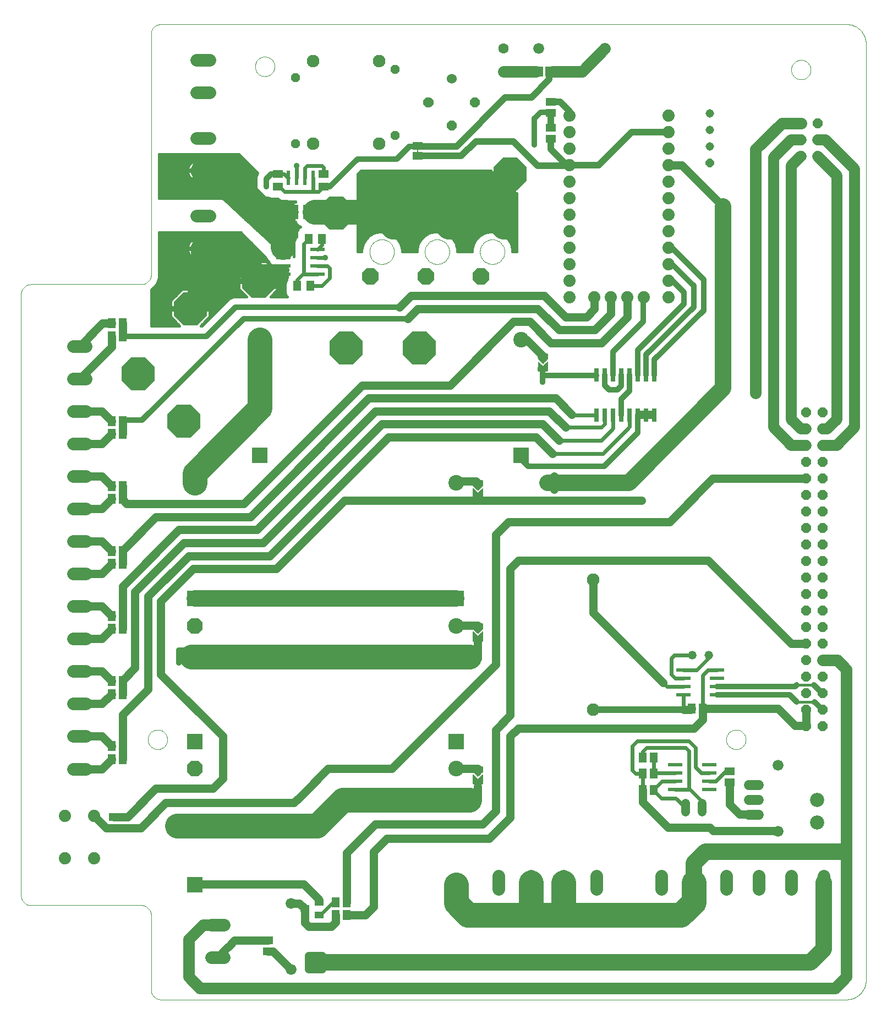
<source format=gtl>
G75*
G70*
%OFA0B0*%
%FSLAX24Y24*%
%IPPOS*%
%LPD*%
%AMOC8*
5,1,8,0,0,1.08239X$1,22.5*
%
%ADD10C,0.0000*%
%ADD11R,0.0866X0.0236*%
%ADD12R,0.0512X0.0591*%
%ADD13C,0.0520*%
%ADD14C,0.0768*%
%ADD15C,0.0740*%
%ADD16OC8,0.0515*%
%ADD17C,0.0515*%
%ADD18C,0.0780*%
%ADD19R,0.0240X0.0870*%
%ADD20R,0.0630X0.0512*%
%ADD21R,0.0870X0.0240*%
%ADD22R,0.0512X0.0630*%
%ADD23R,0.0260X0.0800*%
%ADD24R,0.0591X0.0512*%
%ADD25C,0.0760*%
%ADD26OC8,0.0520*%
%ADD27OC8,0.0600*%
%ADD28C,0.0150*%
%ADD29C,0.0020*%
%ADD30R,0.0630X0.0460*%
%ADD31R,0.0080X0.0250*%
%ADD32C,0.0860*%
%ADD33R,0.0945X0.0945*%
%ADD34OC8,0.0945*%
%ADD35C,0.0945*%
%ADD36OC8,0.2000*%
%ADD37C,0.0600*%
%ADD38C,0.0520*%
%ADD39C,0.0660*%
%ADD40R,0.0551X0.0394*%
%ADD41OC8,0.1000*%
%ADD42C,0.0600*%
%ADD43OC8,0.0630*%
%ADD44C,0.0630*%
%ADD45C,0.0120*%
%ADD46R,0.0460X0.0630*%
%ADD47C,0.0400*%
%ADD48C,0.0500*%
%ADD49C,0.0240*%
%ADD50C,0.0320*%
%ADD51C,0.1500*%
%ADD52C,0.0700*%
%ADD53C,0.1000*%
%ADD54C,0.0356*%
%ADD55C,0.0160*%
%ADD56C,0.0660*%
D10*
X000839Y005859D02*
X007532Y005859D01*
X007578Y005857D01*
X007624Y005852D01*
X007670Y005843D01*
X007715Y005830D01*
X007758Y005814D01*
X007800Y005795D01*
X007841Y005772D01*
X007879Y005746D01*
X007916Y005717D01*
X007950Y005686D01*
X007981Y005652D01*
X008010Y005615D01*
X008036Y005577D01*
X008059Y005536D01*
X008078Y005494D01*
X008094Y005451D01*
X008107Y005406D01*
X008116Y005360D01*
X008121Y005314D01*
X008123Y005268D01*
X008122Y005268D02*
X008122Y000741D01*
X008124Y000695D01*
X008129Y000649D01*
X008138Y000603D01*
X008151Y000558D01*
X008167Y000515D01*
X008186Y000473D01*
X008209Y000432D01*
X008235Y000394D01*
X008264Y000357D01*
X008295Y000323D01*
X008329Y000292D01*
X008366Y000263D01*
X008404Y000237D01*
X008445Y000214D01*
X008487Y000195D01*
X008530Y000179D01*
X008575Y000166D01*
X008621Y000157D01*
X008667Y000152D01*
X008713Y000150D01*
X050248Y000150D01*
X050314Y000152D01*
X050380Y000157D01*
X050446Y000167D01*
X050511Y000180D01*
X050575Y000196D01*
X050638Y000216D01*
X050700Y000240D01*
X050760Y000267D01*
X050819Y000297D01*
X050876Y000331D01*
X050931Y000368D01*
X050984Y000408D01*
X051035Y000450D01*
X051083Y000496D01*
X051129Y000544D01*
X051171Y000595D01*
X051211Y000648D01*
X051248Y000703D01*
X051282Y000760D01*
X051312Y000819D01*
X051339Y000879D01*
X051363Y000941D01*
X051383Y001004D01*
X051399Y001068D01*
X051412Y001133D01*
X051422Y001199D01*
X051427Y001265D01*
X051429Y001331D01*
X051430Y001331D02*
X051430Y058024D01*
X051429Y058024D02*
X051427Y058090D01*
X051422Y058156D01*
X051412Y058222D01*
X051399Y058287D01*
X051383Y058351D01*
X051363Y058414D01*
X051339Y058476D01*
X051312Y058536D01*
X051282Y058595D01*
X051248Y058652D01*
X051211Y058707D01*
X051171Y058760D01*
X051129Y058811D01*
X051083Y058859D01*
X051035Y058905D01*
X050984Y058947D01*
X050931Y058987D01*
X050876Y059024D01*
X050819Y059058D01*
X050760Y059088D01*
X050700Y059115D01*
X050638Y059139D01*
X050575Y059159D01*
X050511Y059175D01*
X050446Y059188D01*
X050380Y059198D01*
X050314Y059203D01*
X050248Y059205D01*
X008713Y059205D01*
X008713Y059206D02*
X008667Y059204D01*
X008621Y059199D01*
X008575Y059190D01*
X008530Y059177D01*
X008487Y059161D01*
X008445Y059142D01*
X008404Y059119D01*
X008366Y059093D01*
X008329Y059064D01*
X008295Y059033D01*
X008264Y058999D01*
X008235Y058962D01*
X008209Y058924D01*
X008186Y058883D01*
X008167Y058841D01*
X008151Y058798D01*
X008138Y058753D01*
X008129Y058707D01*
X008124Y058661D01*
X008122Y058615D01*
X008122Y044048D01*
X008123Y044048D02*
X008121Y044002D01*
X008116Y043956D01*
X008107Y043910D01*
X008094Y043865D01*
X008078Y043822D01*
X008059Y043780D01*
X008036Y043739D01*
X008010Y043701D01*
X007981Y043664D01*
X007950Y043630D01*
X007916Y043599D01*
X007879Y043570D01*
X007841Y043544D01*
X007800Y043521D01*
X007758Y043502D01*
X007715Y043486D01*
X007670Y043473D01*
X007624Y043464D01*
X007578Y043459D01*
X007532Y043457D01*
X000839Y043457D01*
X000839Y043458D02*
X000793Y043456D01*
X000747Y043451D01*
X000701Y043442D01*
X000656Y043429D01*
X000613Y043413D01*
X000571Y043394D01*
X000530Y043371D01*
X000492Y043345D01*
X000455Y043316D01*
X000421Y043285D01*
X000390Y043251D01*
X000361Y043214D01*
X000335Y043176D01*
X000312Y043135D01*
X000293Y043093D01*
X000277Y043050D01*
X000264Y043005D01*
X000255Y042959D01*
X000250Y042913D01*
X000248Y042867D01*
X000248Y006449D01*
X000250Y006403D01*
X000255Y006357D01*
X000264Y006311D01*
X000277Y006266D01*
X000293Y006223D01*
X000312Y006181D01*
X000335Y006140D01*
X000361Y006102D01*
X000390Y006065D01*
X000421Y006031D01*
X000455Y006000D01*
X000492Y005971D01*
X000530Y005945D01*
X000571Y005922D01*
X000613Y005903D01*
X000656Y005887D01*
X000701Y005874D01*
X000747Y005865D01*
X000793Y005860D01*
X000839Y005858D01*
X007925Y015898D02*
X007927Y015946D01*
X007933Y015994D01*
X007943Y016041D01*
X007956Y016087D01*
X007974Y016132D01*
X007994Y016176D01*
X008019Y016218D01*
X008047Y016257D01*
X008077Y016294D01*
X008111Y016328D01*
X008148Y016360D01*
X008186Y016389D01*
X008227Y016414D01*
X008270Y016436D01*
X008315Y016454D01*
X008361Y016468D01*
X008408Y016479D01*
X008456Y016486D01*
X008504Y016489D01*
X008552Y016488D01*
X008600Y016483D01*
X008648Y016474D01*
X008694Y016462D01*
X008739Y016445D01*
X008783Y016425D01*
X008825Y016402D01*
X008865Y016375D01*
X008903Y016345D01*
X008938Y016312D01*
X008970Y016276D01*
X009000Y016238D01*
X009026Y016197D01*
X009048Y016154D01*
X009068Y016110D01*
X009083Y016065D01*
X009095Y016018D01*
X009103Y015970D01*
X009107Y015922D01*
X009107Y015874D01*
X009103Y015826D01*
X009095Y015778D01*
X009083Y015731D01*
X009068Y015686D01*
X009048Y015642D01*
X009026Y015599D01*
X009000Y015558D01*
X008970Y015520D01*
X008938Y015484D01*
X008903Y015451D01*
X008865Y015421D01*
X008825Y015394D01*
X008783Y015371D01*
X008739Y015351D01*
X008694Y015334D01*
X008648Y015322D01*
X008600Y015313D01*
X008552Y015308D01*
X008504Y015307D01*
X008456Y015310D01*
X008408Y015317D01*
X008361Y015328D01*
X008315Y015342D01*
X008270Y015360D01*
X008227Y015382D01*
X008186Y015407D01*
X008148Y015436D01*
X008111Y015468D01*
X008077Y015502D01*
X008047Y015539D01*
X008019Y015578D01*
X007994Y015620D01*
X007974Y015664D01*
X007956Y015709D01*
X007943Y015755D01*
X007933Y015802D01*
X007927Y015850D01*
X007925Y015898D01*
X021355Y045426D02*
X021357Y045480D01*
X021363Y045534D01*
X021373Y045588D01*
X021387Y045640D01*
X021404Y045692D01*
X021425Y045742D01*
X021450Y045790D01*
X021479Y045837D01*
X021510Y045881D01*
X021545Y045922D01*
X021583Y045962D01*
X021623Y045998D01*
X021666Y046031D01*
X021711Y046061D01*
X021759Y046088D01*
X021808Y046111D01*
X021859Y046130D01*
X021911Y046146D01*
X021964Y046158D01*
X022018Y046166D01*
X022072Y046170D01*
X022126Y046170D01*
X022180Y046166D01*
X022234Y046158D01*
X022287Y046146D01*
X022339Y046130D01*
X022390Y046111D01*
X022439Y046088D01*
X022487Y046061D01*
X022532Y046031D01*
X022575Y045998D01*
X022615Y045962D01*
X022653Y045922D01*
X022688Y045881D01*
X022719Y045837D01*
X022748Y045790D01*
X022773Y045742D01*
X022794Y045692D01*
X022811Y045640D01*
X022825Y045588D01*
X022835Y045534D01*
X022841Y045480D01*
X022843Y045426D01*
X022841Y045372D01*
X022835Y045318D01*
X022825Y045264D01*
X022811Y045212D01*
X022794Y045160D01*
X022773Y045110D01*
X022748Y045062D01*
X022719Y045015D01*
X022688Y044971D01*
X022653Y044930D01*
X022615Y044890D01*
X022575Y044854D01*
X022532Y044821D01*
X022487Y044791D01*
X022439Y044764D01*
X022390Y044741D01*
X022339Y044722D01*
X022287Y044706D01*
X022234Y044694D01*
X022180Y044686D01*
X022126Y044682D01*
X022072Y044682D01*
X022018Y044686D01*
X021964Y044694D01*
X021911Y044706D01*
X021859Y044722D01*
X021808Y044741D01*
X021759Y044764D01*
X021711Y044791D01*
X021666Y044821D01*
X021623Y044854D01*
X021583Y044890D01*
X021545Y044930D01*
X021510Y044971D01*
X021479Y045015D01*
X021450Y045062D01*
X021425Y045110D01*
X021404Y045160D01*
X021387Y045212D01*
X021373Y045264D01*
X021363Y045318D01*
X021357Y045372D01*
X021355Y045426D01*
X024701Y045426D02*
X024703Y045480D01*
X024709Y045534D01*
X024719Y045588D01*
X024733Y045640D01*
X024750Y045692D01*
X024771Y045742D01*
X024796Y045790D01*
X024825Y045837D01*
X024856Y045881D01*
X024891Y045922D01*
X024929Y045962D01*
X024969Y045998D01*
X025012Y046031D01*
X025057Y046061D01*
X025105Y046088D01*
X025154Y046111D01*
X025205Y046130D01*
X025257Y046146D01*
X025310Y046158D01*
X025364Y046166D01*
X025418Y046170D01*
X025472Y046170D01*
X025526Y046166D01*
X025580Y046158D01*
X025633Y046146D01*
X025685Y046130D01*
X025736Y046111D01*
X025785Y046088D01*
X025833Y046061D01*
X025878Y046031D01*
X025921Y045998D01*
X025961Y045962D01*
X025999Y045922D01*
X026034Y045881D01*
X026065Y045837D01*
X026094Y045790D01*
X026119Y045742D01*
X026140Y045692D01*
X026157Y045640D01*
X026171Y045588D01*
X026181Y045534D01*
X026187Y045480D01*
X026189Y045426D01*
X026187Y045372D01*
X026181Y045318D01*
X026171Y045264D01*
X026157Y045212D01*
X026140Y045160D01*
X026119Y045110D01*
X026094Y045062D01*
X026065Y045015D01*
X026034Y044971D01*
X025999Y044930D01*
X025961Y044890D01*
X025921Y044854D01*
X025878Y044821D01*
X025833Y044791D01*
X025785Y044764D01*
X025736Y044741D01*
X025685Y044722D01*
X025633Y044706D01*
X025580Y044694D01*
X025526Y044686D01*
X025472Y044682D01*
X025418Y044682D01*
X025364Y044686D01*
X025310Y044694D01*
X025257Y044706D01*
X025205Y044722D01*
X025154Y044741D01*
X025105Y044764D01*
X025057Y044791D01*
X025012Y044821D01*
X024969Y044854D01*
X024929Y044890D01*
X024891Y044930D01*
X024856Y044971D01*
X024825Y045015D01*
X024796Y045062D01*
X024771Y045110D01*
X024750Y045160D01*
X024733Y045212D01*
X024719Y045264D01*
X024709Y045318D01*
X024703Y045372D01*
X024701Y045426D01*
X028048Y045426D02*
X028050Y045480D01*
X028056Y045534D01*
X028066Y045588D01*
X028080Y045640D01*
X028097Y045692D01*
X028118Y045742D01*
X028143Y045790D01*
X028172Y045837D01*
X028203Y045881D01*
X028238Y045922D01*
X028276Y045962D01*
X028316Y045998D01*
X028359Y046031D01*
X028404Y046061D01*
X028452Y046088D01*
X028501Y046111D01*
X028552Y046130D01*
X028604Y046146D01*
X028657Y046158D01*
X028711Y046166D01*
X028765Y046170D01*
X028819Y046170D01*
X028873Y046166D01*
X028927Y046158D01*
X028980Y046146D01*
X029032Y046130D01*
X029083Y046111D01*
X029132Y046088D01*
X029180Y046061D01*
X029225Y046031D01*
X029268Y045998D01*
X029308Y045962D01*
X029346Y045922D01*
X029381Y045881D01*
X029412Y045837D01*
X029441Y045790D01*
X029466Y045742D01*
X029487Y045692D01*
X029504Y045640D01*
X029518Y045588D01*
X029528Y045534D01*
X029534Y045480D01*
X029536Y045426D01*
X029534Y045372D01*
X029528Y045318D01*
X029518Y045264D01*
X029504Y045212D01*
X029487Y045160D01*
X029466Y045110D01*
X029441Y045062D01*
X029412Y045015D01*
X029381Y044971D01*
X029346Y044930D01*
X029308Y044890D01*
X029268Y044854D01*
X029225Y044821D01*
X029180Y044791D01*
X029132Y044764D01*
X029083Y044741D01*
X029032Y044722D01*
X028980Y044706D01*
X028927Y044694D01*
X028873Y044686D01*
X028819Y044682D01*
X028765Y044682D01*
X028711Y044686D01*
X028657Y044694D01*
X028604Y044706D01*
X028552Y044722D01*
X028501Y044741D01*
X028452Y044764D01*
X028404Y044791D01*
X028359Y044821D01*
X028316Y044854D01*
X028276Y044890D01*
X028238Y044930D01*
X028203Y044971D01*
X028172Y045015D01*
X028143Y045062D01*
X028118Y045110D01*
X028097Y045160D01*
X028080Y045212D01*
X028066Y045264D01*
X028056Y045318D01*
X028050Y045372D01*
X028048Y045426D01*
X014421Y056646D02*
X014423Y056694D01*
X014429Y056742D01*
X014439Y056789D01*
X014452Y056835D01*
X014470Y056880D01*
X014490Y056924D01*
X014515Y056966D01*
X014543Y057005D01*
X014573Y057042D01*
X014607Y057076D01*
X014644Y057108D01*
X014682Y057137D01*
X014723Y057162D01*
X014766Y057184D01*
X014811Y057202D01*
X014857Y057216D01*
X014904Y057227D01*
X014952Y057234D01*
X015000Y057237D01*
X015048Y057236D01*
X015096Y057231D01*
X015144Y057222D01*
X015190Y057210D01*
X015235Y057193D01*
X015279Y057173D01*
X015321Y057150D01*
X015361Y057123D01*
X015399Y057093D01*
X015434Y057060D01*
X015466Y057024D01*
X015496Y056986D01*
X015522Y056945D01*
X015544Y056902D01*
X015564Y056858D01*
X015579Y056813D01*
X015591Y056766D01*
X015599Y056718D01*
X015603Y056670D01*
X015603Y056622D01*
X015599Y056574D01*
X015591Y056526D01*
X015579Y056479D01*
X015564Y056434D01*
X015544Y056390D01*
X015522Y056347D01*
X015496Y056306D01*
X015466Y056268D01*
X015434Y056232D01*
X015399Y056199D01*
X015361Y056169D01*
X015321Y056142D01*
X015279Y056119D01*
X015235Y056099D01*
X015190Y056082D01*
X015144Y056070D01*
X015096Y056061D01*
X015048Y056056D01*
X015000Y056055D01*
X014952Y056058D01*
X014904Y056065D01*
X014857Y056076D01*
X014811Y056090D01*
X014766Y056108D01*
X014723Y056130D01*
X014682Y056155D01*
X014644Y056184D01*
X014607Y056216D01*
X014573Y056250D01*
X014543Y056287D01*
X014515Y056326D01*
X014490Y056368D01*
X014470Y056412D01*
X014452Y056457D01*
X014439Y056503D01*
X014429Y056550D01*
X014423Y056598D01*
X014421Y056646D01*
X046902Y056449D02*
X046904Y056497D01*
X046910Y056545D01*
X046920Y056592D01*
X046933Y056638D01*
X046951Y056683D01*
X046971Y056727D01*
X046996Y056769D01*
X047024Y056808D01*
X047054Y056845D01*
X047088Y056879D01*
X047125Y056911D01*
X047163Y056940D01*
X047204Y056965D01*
X047247Y056987D01*
X047292Y057005D01*
X047338Y057019D01*
X047385Y057030D01*
X047433Y057037D01*
X047481Y057040D01*
X047529Y057039D01*
X047577Y057034D01*
X047625Y057025D01*
X047671Y057013D01*
X047716Y056996D01*
X047760Y056976D01*
X047802Y056953D01*
X047842Y056926D01*
X047880Y056896D01*
X047915Y056863D01*
X047947Y056827D01*
X047977Y056789D01*
X048003Y056748D01*
X048025Y056705D01*
X048045Y056661D01*
X048060Y056616D01*
X048072Y056569D01*
X048080Y056521D01*
X048084Y056473D01*
X048084Y056425D01*
X048080Y056377D01*
X048072Y056329D01*
X048060Y056282D01*
X048045Y056237D01*
X048025Y056193D01*
X048003Y056150D01*
X047977Y056109D01*
X047947Y056071D01*
X047915Y056035D01*
X047880Y056002D01*
X047842Y055972D01*
X047802Y055945D01*
X047760Y055922D01*
X047716Y055902D01*
X047671Y055885D01*
X047625Y055873D01*
X047577Y055864D01*
X047529Y055859D01*
X047481Y055858D01*
X047433Y055861D01*
X047385Y055868D01*
X047338Y055879D01*
X047292Y055893D01*
X047247Y055911D01*
X047204Y055933D01*
X047163Y055958D01*
X047125Y055987D01*
X047088Y056019D01*
X047054Y056053D01*
X047024Y056090D01*
X046996Y056129D01*
X046971Y056171D01*
X046951Y056215D01*
X046933Y056260D01*
X046920Y056306D01*
X046910Y056353D01*
X046904Y056401D01*
X046902Y056449D01*
X042965Y015898D02*
X042967Y015946D01*
X042973Y015994D01*
X042983Y016041D01*
X042996Y016087D01*
X043014Y016132D01*
X043034Y016176D01*
X043059Y016218D01*
X043087Y016257D01*
X043117Y016294D01*
X043151Y016328D01*
X043188Y016360D01*
X043226Y016389D01*
X043267Y016414D01*
X043310Y016436D01*
X043355Y016454D01*
X043401Y016468D01*
X043448Y016479D01*
X043496Y016486D01*
X043544Y016489D01*
X043592Y016488D01*
X043640Y016483D01*
X043688Y016474D01*
X043734Y016462D01*
X043779Y016445D01*
X043823Y016425D01*
X043865Y016402D01*
X043905Y016375D01*
X043943Y016345D01*
X043978Y016312D01*
X044010Y016276D01*
X044040Y016238D01*
X044066Y016197D01*
X044088Y016154D01*
X044108Y016110D01*
X044123Y016065D01*
X044135Y016018D01*
X044143Y015970D01*
X044147Y015922D01*
X044147Y015874D01*
X044143Y015826D01*
X044135Y015778D01*
X044123Y015731D01*
X044108Y015686D01*
X044088Y015642D01*
X044066Y015599D01*
X044040Y015558D01*
X044010Y015520D01*
X043978Y015484D01*
X043943Y015451D01*
X043905Y015421D01*
X043865Y015394D01*
X043823Y015371D01*
X043779Y015351D01*
X043734Y015334D01*
X043688Y015322D01*
X043640Y015313D01*
X043592Y015308D01*
X043544Y015307D01*
X043496Y015310D01*
X043448Y015317D01*
X043401Y015328D01*
X043355Y015342D01*
X043310Y015360D01*
X043267Y015382D01*
X043226Y015407D01*
X043188Y015436D01*
X043151Y015468D01*
X043117Y015502D01*
X043087Y015539D01*
X043059Y015578D01*
X043034Y015620D01*
X043014Y015664D01*
X042996Y015709D01*
X042983Y015755D01*
X042973Y015802D01*
X042967Y015850D01*
X042965Y015898D01*
D11*
X041922Y014384D03*
X041922Y013884D03*
X041922Y013384D03*
X041922Y012884D03*
X039874Y012884D03*
X039874Y013384D03*
X039874Y013884D03*
X039874Y014384D03*
X040367Y018593D03*
X040367Y019093D03*
X040367Y019593D03*
X040367Y020093D03*
X042414Y020093D03*
X042414Y019593D03*
X042414Y019093D03*
X042414Y018593D03*
D12*
X041528Y017768D03*
X040859Y017768D03*
X038575Y014815D03*
X038575Y013831D03*
X037906Y013831D03*
X037906Y014815D03*
X037906Y012847D03*
X038575Y012847D03*
X019973Y006056D03*
X019304Y006056D03*
X019304Y005268D03*
X019973Y005268D03*
X006390Y014717D03*
X005721Y014717D03*
X005721Y015504D03*
X006390Y015504D03*
X006390Y018654D03*
X006390Y019441D03*
X005721Y019441D03*
X005721Y018654D03*
X005721Y022591D03*
X005721Y023378D03*
X006390Y023378D03*
X006390Y022591D03*
X006390Y026528D03*
X005721Y026528D03*
X005721Y027315D03*
X006390Y027315D03*
X006390Y030465D03*
X006390Y031252D03*
X005721Y031252D03*
X005721Y030465D03*
X005721Y034402D03*
X006390Y034402D03*
X006390Y035189D03*
X005721Y035189D03*
X005721Y040307D03*
X006390Y040307D03*
X006390Y041095D03*
X005721Y041095D03*
D13*
X040890Y021016D03*
X041890Y021016D03*
D14*
X034894Y017709D03*
X034894Y025583D03*
D15*
X034969Y042674D03*
X035969Y042674D03*
X036969Y042674D03*
X037969Y042674D03*
X039469Y042674D03*
X039469Y043674D03*
X039469Y044674D03*
X039469Y045674D03*
X039469Y046674D03*
X039469Y047674D03*
X039469Y048674D03*
X039469Y049674D03*
X039469Y050674D03*
X039469Y051674D03*
X039469Y052674D03*
X039469Y053674D03*
X033469Y053674D03*
X033469Y052674D03*
X033469Y051674D03*
X033469Y050674D03*
X033469Y049674D03*
X033469Y048674D03*
X033469Y047674D03*
X033469Y046674D03*
X033469Y045674D03*
X033469Y044674D03*
X033469Y043674D03*
X033469Y042674D03*
X004682Y011273D03*
X002902Y011273D03*
X002902Y008713D03*
X004682Y008713D03*
D16*
X041981Y050815D03*
D17*
X041981Y051815D03*
X041981Y052815D03*
X041981Y053815D03*
D18*
X011662Y055076D02*
X010882Y055076D01*
X010882Y057046D02*
X011662Y057046D01*
X011662Y052321D02*
X010882Y052321D01*
X010882Y050351D02*
X011662Y050351D01*
X011662Y047597D02*
X010882Y047597D01*
X010882Y045627D02*
X011662Y045627D01*
X004182Y039723D02*
X003402Y039723D01*
X003402Y037743D02*
X004182Y037743D01*
X004182Y035786D02*
X003402Y035786D01*
X003402Y033806D02*
X004182Y033806D01*
X004182Y031849D02*
X003402Y031849D01*
X003402Y029869D02*
X004182Y029869D01*
X004182Y027912D02*
X003402Y027912D01*
X003402Y025932D02*
X004182Y025932D01*
X004182Y023975D02*
X003402Y023975D01*
X003402Y021995D02*
X004182Y021995D01*
X004182Y020038D02*
X003402Y020038D01*
X003402Y018058D02*
X004182Y018058D01*
X004182Y016101D02*
X003402Y016101D01*
X003402Y014121D02*
X004182Y014121D01*
X011768Y004683D02*
X012548Y004683D01*
X012548Y002713D02*
X011768Y002713D01*
X029180Y006847D02*
X029180Y007627D01*
X031150Y007627D02*
X031150Y006847D01*
X033117Y006847D02*
X033117Y007627D01*
X035087Y007627D02*
X035087Y006847D01*
X039022Y006847D02*
X039022Y007627D01*
X040992Y007627D02*
X040992Y006847D01*
X042959Y006847D02*
X042959Y007627D01*
X044929Y007627D02*
X044929Y006847D01*
X046896Y006847D02*
X046896Y007627D01*
X048866Y007627D02*
X048866Y006847D01*
D19*
X017928Y047840D03*
X017428Y047840D03*
X016928Y047840D03*
X016428Y047840D03*
X016428Y049900D03*
X016928Y049900D03*
X017428Y049900D03*
X017928Y049900D03*
D20*
X018556Y050150D03*
X018556Y049363D03*
X015800Y049363D03*
X015800Y050150D03*
D21*
X016148Y045585D03*
X016148Y045085D03*
X016148Y044585D03*
X016148Y044085D03*
X018208Y044085D03*
X018208Y044585D03*
X018208Y045085D03*
X018208Y045585D03*
D22*
X018457Y046213D03*
X017670Y046213D03*
X017768Y043359D03*
X016981Y043359D03*
D23*
X035113Y037974D03*
X035613Y037974D03*
X036113Y037974D03*
X036613Y037974D03*
X037113Y037974D03*
X037613Y037974D03*
X038113Y037974D03*
X038613Y037974D03*
X038613Y035554D03*
X038113Y035554D03*
X037613Y035554D03*
X037113Y035554D03*
X036613Y035554D03*
X036113Y035554D03*
X035613Y035554D03*
X035113Y035554D03*
D24*
X032335Y052276D03*
X032335Y052945D03*
X032335Y053851D03*
X032335Y054520D03*
X043162Y013969D03*
X043162Y013300D03*
X015209Y003733D03*
X015209Y003063D03*
X005859Y010544D03*
X005859Y011213D03*
D25*
X017933Y051981D03*
X021933Y051981D03*
X021933Y056981D03*
X017933Y056981D03*
D26*
X016882Y055989D03*
X016882Y051989D03*
X022886Y052481D03*
X022886Y056481D03*
D27*
X047485Y053217D03*
X048485Y053217D03*
X048485Y052217D03*
X047485Y052217D03*
X047485Y051217D03*
X047792Y035693D03*
X047792Y034693D03*
X047792Y033693D03*
X047792Y032693D03*
X047792Y031693D03*
X047792Y030693D03*
X047792Y029693D03*
X047792Y028693D03*
X047792Y027693D03*
X047792Y026693D03*
X047792Y025693D03*
X047792Y024693D03*
X047792Y023693D03*
X047792Y022693D03*
X047792Y021693D03*
X047792Y020693D03*
X047792Y019693D03*
X047792Y018693D03*
X047792Y017693D03*
X047792Y016693D03*
X048792Y016693D03*
X048792Y017693D03*
X048792Y018693D03*
X048792Y019693D03*
X048792Y020693D03*
X048792Y021693D03*
X048792Y022693D03*
X048792Y023693D03*
X048792Y024693D03*
X048792Y025693D03*
X048792Y026693D03*
X048792Y027693D03*
X048792Y028693D03*
X048792Y029693D03*
X048792Y030693D03*
X048792Y031693D03*
X048792Y032693D03*
X048792Y033693D03*
X048792Y034693D03*
X048792Y035693D03*
D28*
X031618Y038258D02*
X031618Y038408D01*
X032068Y038408D01*
X032068Y038258D01*
X031618Y038258D01*
X031618Y038407D02*
X032068Y038407D01*
X031618Y039058D02*
X031618Y039208D01*
X032068Y039208D01*
X032068Y039058D01*
X031618Y039058D01*
X031618Y039207D02*
X032068Y039207D01*
X027681Y031531D02*
X027681Y031381D01*
X027681Y031531D02*
X028131Y031531D01*
X028131Y031381D01*
X027681Y031381D01*
X027681Y031530D02*
X028131Y031530D01*
X027681Y030731D02*
X027681Y030581D01*
X027681Y030731D02*
X028131Y030731D01*
X028131Y030581D01*
X027681Y030581D01*
X027681Y030730D02*
X028131Y030730D01*
X027681Y022869D02*
X027681Y022719D01*
X027681Y022869D02*
X028131Y022869D01*
X028131Y022719D01*
X027681Y022719D01*
X027681Y022868D02*
X028131Y022868D01*
X027681Y022069D02*
X027681Y021919D01*
X027681Y022069D02*
X028131Y022069D01*
X028131Y021919D01*
X027681Y021919D01*
X027681Y022068D02*
X028131Y022068D01*
X027681Y014208D02*
X027681Y014058D01*
X027681Y014208D02*
X028131Y014208D01*
X028131Y014058D01*
X027681Y014058D01*
X027681Y014207D02*
X028131Y014207D01*
X027681Y013408D02*
X027681Y013258D01*
X027681Y013408D02*
X028131Y013408D01*
X028131Y013258D01*
X027681Y013258D01*
X027681Y013407D02*
X028131Y013407D01*
D29*
X028196Y013415D02*
X027616Y013415D01*
X027616Y013433D02*
X028196Y013433D01*
X028196Y013452D02*
X027616Y013452D01*
X027616Y013470D02*
X028196Y013470D01*
X028196Y013489D02*
X027616Y013489D01*
X027616Y013507D02*
X027901Y013507D01*
X027906Y013503D02*
X027616Y013783D01*
X027616Y013283D01*
X028196Y013283D01*
X028196Y013783D01*
X027906Y013503D01*
X027911Y013507D02*
X028196Y013507D01*
X028196Y013526D02*
X027930Y013526D01*
X027949Y013544D02*
X028196Y013544D01*
X028196Y013563D02*
X027968Y013563D01*
X027987Y013581D02*
X028196Y013581D01*
X028196Y013600D02*
X028006Y013600D01*
X028026Y013618D02*
X028196Y013618D01*
X028196Y013637D02*
X028045Y013637D01*
X028064Y013655D02*
X028196Y013655D01*
X028196Y013674D02*
X028083Y013674D01*
X028102Y013692D02*
X028196Y013692D01*
X028196Y013711D02*
X028121Y013711D01*
X028140Y013729D02*
X028196Y013729D01*
X028196Y013748D02*
X028160Y013748D01*
X028179Y013766D02*
X028196Y013766D01*
X028097Y013859D02*
X027715Y013859D01*
X027696Y013877D02*
X028115Y013877D01*
X028134Y013896D02*
X027678Y013896D01*
X027659Y013914D02*
X028152Y013914D01*
X028171Y013933D02*
X027641Y013933D01*
X027622Y013951D02*
X028189Y013951D01*
X028196Y013958D02*
X027906Y013668D01*
X027616Y013958D01*
X027616Y014183D01*
X028196Y014183D01*
X028196Y013958D01*
X028196Y013970D02*
X027616Y013970D01*
X027616Y013988D02*
X028196Y013988D01*
X028196Y014007D02*
X027616Y014007D01*
X027616Y014025D02*
X028196Y014025D01*
X028196Y014044D02*
X027616Y014044D01*
X027616Y014062D02*
X028196Y014062D01*
X028196Y014081D02*
X027616Y014081D01*
X027616Y014099D02*
X028196Y014099D01*
X028196Y014118D02*
X027616Y014118D01*
X027616Y014136D02*
X028196Y014136D01*
X028196Y014155D02*
X027616Y014155D01*
X027616Y014173D02*
X028196Y014173D01*
X028078Y013840D02*
X027733Y013840D01*
X027752Y013822D02*
X028060Y013822D01*
X028041Y013803D02*
X027770Y013803D01*
X027789Y013785D02*
X028023Y013785D01*
X028004Y013766D02*
X027807Y013766D01*
X027826Y013748D02*
X027986Y013748D01*
X027967Y013729D02*
X027844Y013729D01*
X027863Y013711D02*
X027949Y013711D01*
X027930Y013692D02*
X027881Y013692D01*
X027900Y013674D02*
X027912Y013674D01*
X027825Y013581D02*
X027616Y013581D01*
X027616Y013563D02*
X027844Y013563D01*
X027863Y013544D02*
X027616Y013544D01*
X027616Y013526D02*
X027882Y013526D01*
X027805Y013600D02*
X027616Y013600D01*
X027616Y013618D02*
X027786Y013618D01*
X027767Y013637D02*
X027616Y013637D01*
X027616Y013655D02*
X027748Y013655D01*
X027729Y013674D02*
X027616Y013674D01*
X027616Y013692D02*
X027710Y013692D01*
X027690Y013711D02*
X027616Y013711D01*
X027616Y013729D02*
X027671Y013729D01*
X027652Y013748D02*
X027616Y013748D01*
X027616Y013766D02*
X027633Y013766D01*
X027616Y013396D02*
X028196Y013396D01*
X028196Y013378D02*
X027616Y013378D01*
X027616Y013359D02*
X028196Y013359D01*
X028196Y013341D02*
X027616Y013341D01*
X027616Y013322D02*
X028196Y013322D01*
X028196Y013304D02*
X027616Y013304D01*
X027616Y013285D02*
X028196Y013285D01*
X028196Y021944D02*
X027616Y021944D01*
X027616Y022444D01*
X027906Y022164D01*
X028196Y022444D01*
X028196Y021944D01*
X028196Y021962D02*
X027616Y021962D01*
X027616Y021980D02*
X028196Y021980D01*
X028196Y021999D02*
X027616Y021999D01*
X027616Y022017D02*
X028196Y022017D01*
X028196Y022036D02*
X027616Y022036D01*
X027616Y022054D02*
X028196Y022054D01*
X028196Y022073D02*
X027616Y022073D01*
X027616Y022091D02*
X028196Y022091D01*
X028196Y022110D02*
X027616Y022110D01*
X027616Y022128D02*
X028196Y022128D01*
X028196Y022147D02*
X027616Y022147D01*
X027616Y022165D02*
X027905Y022165D01*
X027907Y022165D02*
X028196Y022165D01*
X028196Y022184D02*
X027926Y022184D01*
X027945Y022202D02*
X028196Y022202D01*
X028196Y022221D02*
X027965Y022221D01*
X027984Y022239D02*
X028196Y022239D01*
X028196Y022258D02*
X028003Y022258D01*
X028022Y022276D02*
X028196Y022276D01*
X028196Y022295D02*
X028041Y022295D01*
X028060Y022313D02*
X028196Y022313D01*
X028196Y022332D02*
X028080Y022332D01*
X028099Y022350D02*
X028196Y022350D01*
X028196Y022369D02*
X028118Y022369D01*
X028137Y022387D02*
X028196Y022387D01*
X028196Y022406D02*
X028156Y022406D01*
X028175Y022424D02*
X028196Y022424D01*
X028195Y022443D02*
X028196Y022443D01*
X028112Y022535D02*
X027700Y022535D01*
X027718Y022517D02*
X028094Y022517D01*
X028075Y022498D02*
X027737Y022498D01*
X027755Y022480D02*
X028057Y022480D01*
X028038Y022461D02*
X027774Y022461D01*
X027792Y022443D02*
X028020Y022443D01*
X028001Y022424D02*
X027811Y022424D01*
X027829Y022406D02*
X027983Y022406D01*
X027964Y022387D02*
X027848Y022387D01*
X027866Y022369D02*
X027946Y022369D01*
X027927Y022350D02*
X027885Y022350D01*
X027903Y022332D02*
X027909Y022332D01*
X027906Y022329D02*
X027616Y022619D01*
X027616Y022844D01*
X028196Y022844D01*
X028196Y022619D01*
X027906Y022329D01*
X027828Y022239D02*
X027616Y022239D01*
X027616Y022221D02*
X027847Y022221D01*
X027866Y022202D02*
X027616Y022202D01*
X027616Y022184D02*
X027886Y022184D01*
X027809Y022258D02*
X027616Y022258D01*
X027616Y022276D02*
X027790Y022276D01*
X027771Y022295D02*
X027616Y022295D01*
X027616Y022313D02*
X027751Y022313D01*
X027732Y022332D02*
X027616Y022332D01*
X027616Y022350D02*
X027713Y022350D01*
X027694Y022369D02*
X027616Y022369D01*
X027616Y022387D02*
X027675Y022387D01*
X027656Y022406D02*
X027616Y022406D01*
X027616Y022424D02*
X027636Y022424D01*
X027617Y022443D02*
X027616Y022443D01*
X027681Y022554D02*
X028131Y022554D01*
X028149Y022572D02*
X027663Y022572D01*
X027644Y022591D02*
X028168Y022591D01*
X028186Y022609D02*
X027626Y022609D01*
X027616Y022628D02*
X028196Y022628D01*
X028196Y022646D02*
X027616Y022646D01*
X027616Y022665D02*
X028196Y022665D01*
X028196Y022683D02*
X027616Y022683D01*
X027616Y022702D02*
X028196Y022702D01*
X028196Y022720D02*
X027616Y022720D01*
X027616Y022739D02*
X028196Y022739D01*
X028196Y022757D02*
X027616Y022757D01*
X027616Y022776D02*
X028196Y022776D01*
X028196Y022794D02*
X027616Y022794D01*
X027616Y022813D02*
X028196Y022813D01*
X028196Y022831D02*
X027616Y022831D01*
X027616Y030606D02*
X028196Y030606D01*
X028196Y031106D01*
X027906Y030826D01*
X027616Y031106D01*
X027616Y030606D01*
X027616Y030620D02*
X028196Y030620D01*
X028196Y030638D02*
X027616Y030638D01*
X027616Y030657D02*
X028196Y030657D01*
X028196Y030675D02*
X027616Y030675D01*
X027616Y030694D02*
X028196Y030694D01*
X028196Y030712D02*
X027616Y030712D01*
X027616Y030731D02*
X028196Y030731D01*
X028196Y030749D02*
X027616Y030749D01*
X027616Y030768D02*
X028196Y030768D01*
X028196Y030786D02*
X027616Y030786D01*
X027616Y030805D02*
X028196Y030805D01*
X028196Y030823D02*
X027616Y030823D01*
X027616Y030842D02*
X027889Y030842D01*
X027870Y030860D02*
X027616Y030860D01*
X027616Y030879D02*
X027851Y030879D01*
X027831Y030897D02*
X027616Y030897D01*
X027616Y030916D02*
X027812Y030916D01*
X027793Y030934D02*
X027616Y030934D01*
X027616Y030953D02*
X027774Y030953D01*
X027755Y030971D02*
X027616Y030971D01*
X027616Y030990D02*
X027736Y030990D01*
X027716Y031008D02*
X027616Y031008D01*
X027616Y031027D02*
X027697Y031027D01*
X027678Y031045D02*
X027616Y031045D01*
X027616Y031064D02*
X027659Y031064D01*
X027640Y031082D02*
X027616Y031082D01*
X027616Y031101D02*
X027621Y031101D01*
X027703Y031193D02*
X028109Y031193D01*
X028090Y031175D02*
X027722Y031175D01*
X027740Y031156D02*
X028072Y031156D01*
X028053Y031138D02*
X027759Y031138D01*
X027777Y031119D02*
X028035Y031119D01*
X028016Y031101D02*
X027796Y031101D01*
X027814Y031082D02*
X027998Y031082D01*
X027979Y031064D02*
X027833Y031064D01*
X027851Y031045D02*
X027961Y031045D01*
X027942Y031027D02*
X027870Y031027D01*
X027888Y031008D02*
X027924Y031008D01*
X027906Y030991D02*
X027616Y031281D01*
X027616Y031506D01*
X028196Y031506D01*
X028196Y031281D01*
X027906Y030991D01*
X027980Y030897D02*
X028196Y030897D01*
X028196Y030879D02*
X027961Y030879D01*
X027942Y030860D02*
X028196Y030860D01*
X028196Y030842D02*
X027923Y030842D01*
X028000Y030916D02*
X028196Y030916D01*
X028196Y030934D02*
X028019Y030934D01*
X028038Y030953D02*
X028196Y030953D01*
X028196Y030971D02*
X028057Y030971D01*
X028076Y030990D02*
X028196Y030990D01*
X028196Y031008D02*
X028095Y031008D01*
X028114Y031027D02*
X028196Y031027D01*
X028196Y031045D02*
X028134Y031045D01*
X028153Y031064D02*
X028196Y031064D01*
X028196Y031082D02*
X028172Y031082D01*
X028191Y031101D02*
X028196Y031101D01*
X028127Y031212D02*
X027685Y031212D01*
X027666Y031230D02*
X028146Y031230D01*
X028164Y031249D02*
X027648Y031249D01*
X027629Y031267D02*
X028183Y031267D01*
X028196Y031286D02*
X027616Y031286D01*
X027616Y031304D02*
X028196Y031304D01*
X028196Y031323D02*
X027616Y031323D01*
X027616Y031341D02*
X028196Y031341D01*
X028196Y031360D02*
X027616Y031360D01*
X027616Y031378D02*
X028196Y031378D01*
X028196Y031397D02*
X027616Y031397D01*
X027616Y031415D02*
X028196Y031415D01*
X028196Y031434D02*
X027616Y031434D01*
X027616Y031452D02*
X028196Y031452D01*
X028196Y031471D02*
X027616Y031471D01*
X027616Y031489D02*
X028196Y031489D01*
X031553Y038283D02*
X032133Y038283D01*
X032133Y038783D01*
X031843Y038503D01*
X031553Y038783D01*
X031553Y038283D01*
X031553Y038298D02*
X032133Y038298D01*
X032133Y038316D02*
X031553Y038316D01*
X031553Y038335D02*
X032133Y038335D01*
X032133Y038353D02*
X031553Y038353D01*
X031553Y038372D02*
X032133Y038372D01*
X032133Y038390D02*
X031553Y038390D01*
X031553Y038409D02*
X032133Y038409D01*
X032133Y038427D02*
X031553Y038427D01*
X031553Y038446D02*
X032133Y038446D01*
X032133Y038464D02*
X031553Y038464D01*
X031553Y038483D02*
X032133Y038483D01*
X032133Y038501D02*
X031553Y038501D01*
X031553Y038520D02*
X031825Y038520D01*
X031806Y038538D02*
X031553Y038538D01*
X031553Y038557D02*
X031787Y038557D01*
X031768Y038575D02*
X031553Y038575D01*
X031553Y038594D02*
X031749Y038594D01*
X031730Y038612D02*
X031553Y038612D01*
X031553Y038631D02*
X031711Y038631D01*
X031691Y038649D02*
X031553Y038649D01*
X031553Y038668D02*
X031672Y038668D01*
X031653Y038686D02*
X031553Y038686D01*
X031553Y038705D02*
X031634Y038705D01*
X031615Y038723D02*
X031553Y038723D01*
X031553Y038742D02*
X031596Y038742D01*
X031576Y038760D02*
X031553Y038760D01*
X031553Y038779D02*
X031557Y038779D01*
X031640Y038871D02*
X032046Y038871D01*
X032028Y038853D02*
X031658Y038853D01*
X031677Y038834D02*
X032009Y038834D01*
X031991Y038816D02*
X031695Y038816D01*
X031714Y038797D02*
X031972Y038797D01*
X031954Y038779D02*
X031732Y038779D01*
X031751Y038760D02*
X031935Y038760D01*
X031917Y038742D02*
X031769Y038742D01*
X031788Y038723D02*
X031898Y038723D01*
X031880Y038705D02*
X031806Y038705D01*
X031825Y038686D02*
X031861Y038686D01*
X031843Y038668D02*
X031553Y038958D01*
X031553Y039183D01*
X032133Y039183D01*
X032133Y038958D01*
X031843Y038668D01*
X031918Y038575D02*
X032133Y038575D01*
X032133Y038557D02*
X031899Y038557D01*
X031880Y038538D02*
X032133Y038538D01*
X032133Y038520D02*
X031860Y038520D01*
X031937Y038594D02*
X032133Y038594D01*
X032133Y038612D02*
X031956Y038612D01*
X031975Y038631D02*
X032133Y038631D01*
X032133Y038649D02*
X031994Y038649D01*
X032014Y038668D02*
X032133Y038668D01*
X032133Y038686D02*
X032033Y038686D01*
X032052Y038705D02*
X032133Y038705D01*
X032133Y038723D02*
X032071Y038723D01*
X032090Y038742D02*
X032133Y038742D01*
X032133Y038760D02*
X032109Y038760D01*
X032129Y038779D02*
X032133Y038779D01*
X032065Y038890D02*
X031621Y038890D01*
X031603Y038908D02*
X032083Y038908D01*
X032102Y038927D02*
X031584Y038927D01*
X031566Y038945D02*
X032120Y038945D01*
X032133Y038964D02*
X031553Y038964D01*
X031553Y038982D02*
X032133Y038982D01*
X032133Y039001D02*
X031553Y039001D01*
X031553Y039019D02*
X032133Y039019D01*
X032133Y039038D02*
X031553Y039038D01*
X031553Y039056D02*
X032133Y039056D01*
X032133Y039075D02*
X031553Y039075D01*
X031553Y039093D02*
X032133Y039093D01*
X032133Y039112D02*
X031553Y039112D01*
X031553Y039130D02*
X032133Y039130D01*
X032133Y039149D02*
X031553Y039149D01*
X031553Y039167D02*
X032133Y039167D01*
D30*
X024264Y051228D03*
X024264Y051828D03*
D31*
X024264Y051528D03*
D32*
X048477Y012237D03*
X048477Y010859D03*
D33*
X030524Y033103D03*
X026587Y024441D03*
X026587Y015780D03*
X026587Y007119D03*
X010760Y007119D03*
X010760Y015780D03*
X010760Y024441D03*
X014697Y033103D03*
D34*
X010760Y031449D03*
X010760Y022788D03*
X010760Y014126D03*
X014697Y040111D03*
D35*
X026587Y031449D03*
X026587Y022788D03*
X026587Y014126D03*
X030524Y040111D03*
D36*
X024363Y039619D03*
X019933Y039619D03*
X014619Y043654D03*
X010485Y041981D03*
X007335Y038044D03*
X010091Y035189D03*
X019343Y047788D03*
X029874Y050150D03*
D37*
X044330Y013156D02*
X044930Y013156D01*
X044930Y012256D02*
X044330Y012256D01*
X044330Y011356D02*
X044930Y011356D01*
D38*
X041496Y011504D02*
X041496Y012024D01*
X040496Y012024D02*
X040496Y011504D01*
D39*
X046115Y010355D03*
X046115Y014355D03*
X016587Y005989D03*
X016587Y001989D03*
X031615Y057729D03*
X035615Y057729D03*
D40*
X018300Y006036D03*
X017433Y005662D03*
X018300Y005288D03*
D41*
X021418Y043926D03*
X022780Y046926D03*
X024764Y043926D03*
X026126Y046926D03*
X028111Y043926D03*
X029473Y046926D03*
D42*
X026331Y055895D03*
X048485Y051217D03*
D43*
X029481Y056340D03*
D44*
X029481Y057740D03*
D45*
X027784Y054302D02*
X027844Y054242D01*
X027646Y054242D01*
X027506Y054382D01*
X027506Y054580D01*
X027646Y054720D01*
X027844Y054720D01*
X027984Y054580D01*
X027984Y054382D01*
X027844Y054242D01*
X027807Y054332D01*
X027683Y054332D01*
X027596Y054419D01*
X027596Y054543D01*
X027683Y054630D01*
X027807Y054630D01*
X027894Y054543D01*
X027894Y054419D01*
X027807Y054332D01*
X027770Y054422D01*
X027720Y054422D01*
X027686Y054456D01*
X027686Y054506D01*
X027720Y054540D01*
X027770Y054540D01*
X027804Y054506D01*
X027804Y054456D01*
X027770Y054422D01*
X026370Y052887D02*
X026430Y052827D01*
X026232Y052827D01*
X026092Y052967D01*
X026092Y053165D01*
X026232Y053305D01*
X026430Y053305D01*
X026570Y053165D01*
X026570Y052967D01*
X026430Y052827D01*
X026393Y052917D01*
X026269Y052917D01*
X026182Y053004D01*
X026182Y053128D01*
X026269Y053215D01*
X026393Y053215D01*
X026480Y053128D01*
X026480Y053004D01*
X026393Y052917D01*
X026356Y053007D01*
X026306Y053007D01*
X026272Y053041D01*
X026272Y053091D01*
X026306Y053125D01*
X026356Y053125D01*
X026390Y053091D01*
X026390Y053041D01*
X026356Y053007D01*
X024956Y054302D02*
X025016Y054242D01*
X024818Y054242D01*
X024678Y054382D01*
X024678Y054580D01*
X024818Y054720D01*
X025016Y054720D01*
X025156Y054580D01*
X025156Y054382D01*
X025016Y054242D01*
X024979Y054332D01*
X024855Y054332D01*
X024768Y054419D01*
X024768Y054543D01*
X024855Y054630D01*
X024979Y054630D01*
X025066Y054543D01*
X025066Y054419D01*
X024979Y054332D01*
X024942Y054422D01*
X024892Y054422D01*
X024858Y054456D01*
X024858Y054506D01*
X024892Y054540D01*
X024942Y054540D01*
X024976Y054506D01*
X024976Y054456D01*
X024942Y054422D01*
D46*
X031641Y056351D03*
X032241Y056351D03*
D47*
X032237Y056346D01*
X032237Y055859D01*
X031154Y054776D01*
X029579Y054776D01*
X026626Y051823D01*
X024269Y051823D01*
X024264Y051828D01*
X024264Y051228D02*
X026917Y051228D01*
X027807Y052119D01*
X030071Y052119D01*
X031548Y050642D01*
X033437Y050642D01*
X033469Y050674D01*
X035221Y050674D01*
X037221Y052674D01*
X039469Y052674D01*
X033469Y053674D02*
X033469Y053937D01*
X032886Y054520D01*
X032335Y054520D01*
X032335Y053851D02*
X032335Y052945D01*
X032335Y052276D02*
X032335Y051626D01*
X033288Y050674D01*
X033469Y050674D01*
X032433Y056351D02*
X032241Y056351D01*
X031641Y056351D02*
X031449Y056351D01*
X034894Y017709D02*
X040406Y017709D01*
D48*
X040800Y017709D01*
X040859Y017768D01*
X041528Y017768D02*
X041528Y017119D01*
X040996Y016587D01*
X030367Y016587D01*
X029874Y016095D01*
X029874Y011174D01*
X028595Y009894D01*
X022394Y009894D01*
X021607Y009107D01*
X021607Y005760D01*
X021115Y005268D01*
X019973Y005268D01*
X019304Y005268D02*
X019304Y004835D01*
X019048Y004579D01*
X017670Y004579D01*
X017433Y004815D01*
X017433Y005662D01*
X017107Y005989D01*
X016587Y005989D01*
X017374Y007138D02*
X010780Y007138D01*
X010760Y007119D01*
X012158Y004683D02*
X012164Y004678D01*
X013181Y003733D02*
X015209Y003733D01*
X015209Y003063D02*
X015512Y003063D01*
X016587Y001989D01*
X017670Y002020D02*
X018063Y002020D01*
X018457Y002020D01*
X018457Y002414D01*
X018457Y002807D02*
X018063Y002807D01*
X017670Y002807D01*
X017670Y002414D01*
X017670Y002020D01*
X018260Y006252D02*
X017374Y007138D01*
X019973Y006056D02*
X019973Y009048D01*
X021705Y010780D01*
X028201Y010780D01*
X028989Y011567D01*
X028989Y016489D01*
X029874Y017374D01*
X029874Y026233D01*
X030367Y026725D01*
X041882Y026725D01*
X046914Y021693D01*
X047792Y021693D01*
X047792Y017693D02*
X047792Y016693D01*
X047750Y016735D01*
X047148Y016735D01*
X046115Y017768D01*
X041528Y017768D01*
X039126Y019343D02*
X034894Y023575D01*
X034894Y025583D01*
X037847Y030367D02*
X027906Y030367D01*
X019835Y030367D01*
X015701Y026233D01*
X010681Y026233D01*
X008713Y024264D01*
X008713Y019835D01*
X012453Y016095D01*
X012453Y013536D01*
X011863Y012945D01*
X008418Y012945D01*
X006685Y011213D01*
X005859Y011213D01*
X005859Y010544D02*
X005411Y010544D01*
X004682Y011273D01*
X005859Y010544D02*
X007493Y010544D01*
X009008Y012059D01*
X016784Y012059D01*
X017178Y012453D01*
X017325Y012601D01*
X018851Y014126D01*
X022689Y014126D01*
X028989Y020426D01*
X028989Y028300D01*
X029776Y029087D01*
X039520Y029087D01*
X042126Y031693D01*
X047792Y031693D01*
X038437Y035583D02*
X037748Y035583D01*
X033615Y035583D02*
X032630Y036567D01*
X021311Y036567D01*
X014126Y029382D01*
X008418Y029382D01*
X006390Y027355D01*
X006390Y027315D01*
X006390Y026528D01*
X005721Y026528D02*
X005125Y025932D01*
X003792Y025932D01*
X003792Y023975D02*
X005125Y023975D01*
X005721Y023378D01*
X005721Y022591D02*
X005125Y021995D01*
X003792Y021995D01*
X003792Y020038D02*
X005125Y020038D01*
X005721Y019441D01*
X005721Y018654D02*
X005125Y018058D01*
X003792Y018058D01*
X003792Y016101D02*
X005125Y016101D01*
X005721Y015504D01*
X006390Y015504D02*
X006390Y014717D01*
X005721Y014717D02*
X005125Y014121D01*
X003792Y014121D01*
X006390Y015504D02*
X006390Y017414D01*
X007926Y018949D01*
X007926Y024559D01*
X010386Y027020D01*
X015307Y027020D01*
X022493Y034205D01*
X031449Y034205D01*
X032433Y033221D01*
X032827Y034008D02*
X031843Y034993D01*
X022099Y034993D01*
X014914Y027807D01*
X010091Y027807D01*
X007138Y024855D01*
X007138Y020229D01*
X006390Y019481D01*
X006390Y019441D01*
X006390Y018654D01*
X006390Y022591D02*
X006390Y023378D01*
X006390Y025189D01*
X009796Y028595D01*
X014520Y028595D01*
X021705Y035780D01*
X032237Y035780D01*
X033221Y034796D01*
X032532Y031843D02*
X032532Y031056D01*
X027906Y031456D02*
X027814Y031548D01*
X026725Y031548D01*
X026626Y031449D01*
X026587Y031449D01*
X026233Y037355D02*
X030071Y041193D01*
X031056Y041193D01*
X032335Y039914D01*
X035386Y039914D01*
X036961Y041489D01*
X036961Y042666D01*
X036969Y042674D01*
X035977Y042666D02*
X035977Y041685D01*
X034993Y040701D01*
X032827Y040701D01*
X031548Y041981D01*
X024264Y041981D01*
X023772Y041489D01*
X023674Y041390D01*
X023181Y042079D02*
X023870Y042768D01*
X031941Y042768D01*
X033221Y041489D01*
X034500Y041489D01*
X034969Y041957D01*
X034969Y042674D01*
X035969Y042674D02*
X035977Y042666D01*
X031843Y039133D02*
X030865Y040111D01*
X030524Y040111D01*
X026233Y037355D02*
X020918Y037355D01*
X013733Y030170D01*
X006646Y030170D01*
X006390Y030426D01*
X006390Y030465D01*
X006390Y031252D01*
X005721Y031252D02*
X005125Y031849D01*
X003792Y031849D01*
X003792Y033806D02*
X005125Y033806D01*
X005721Y034402D01*
X006390Y034402D02*
X006390Y035189D01*
X006390Y035229D01*
X005721Y035189D02*
X005125Y035786D01*
X003792Y035786D01*
X003792Y037743D02*
X005721Y039672D01*
X005721Y040307D01*
X006390Y040307D02*
X006390Y041095D01*
X005721Y041095D02*
X005170Y041095D01*
X003797Y039723D01*
X003792Y039723D01*
X005721Y030465D02*
X005125Y029869D01*
X003792Y029869D01*
X003792Y027912D02*
X005125Y027912D01*
X005721Y027315D01*
X018026Y047840D02*
X019290Y047840D01*
X019343Y047788D01*
X039469Y050674D02*
X040276Y050674D01*
X042768Y048181D01*
X027906Y022794D02*
X026593Y022794D01*
X026587Y022788D01*
X027906Y021804D02*
X027906Y020819D01*
X027414Y020918D01*
X027906Y014133D02*
X027900Y014126D01*
X026587Y014126D01*
X027906Y013044D02*
X027906Y012256D01*
X027414Y012256D01*
X037906Y012099D02*
X039422Y010583D01*
X041981Y010583D01*
X042178Y010386D01*
X046083Y010386D01*
X046115Y010355D01*
X044630Y011356D02*
X044616Y011370D01*
X043752Y011370D01*
X043162Y011961D01*
X043162Y013300D01*
X037906Y012847D02*
X037906Y012099D01*
X049953Y009107D02*
X050248Y009107D01*
X013181Y003733D02*
X012788Y003339D01*
X012784Y003339D01*
X012158Y002713D01*
D49*
X018300Y005288D02*
X018378Y005288D01*
X019146Y006056D01*
X019304Y006056D01*
X018300Y006036D02*
X018300Y006213D01*
X018260Y006252D01*
X027906Y013044D02*
X027906Y013333D01*
X027906Y021804D02*
X027906Y021994D01*
X037256Y015504D02*
X037256Y014028D01*
X037453Y013831D01*
X037906Y013831D01*
X037906Y012847D01*
X038575Y012847D02*
X038575Y012807D01*
X039028Y012355D01*
X039906Y012355D01*
X040496Y011764D01*
X041496Y011764D02*
X041496Y012150D01*
X040762Y012884D01*
X040701Y012884D01*
X040701Y015209D01*
X040504Y015406D01*
X038142Y015406D01*
X037906Y015170D01*
X037906Y014815D01*
X038575Y014815D02*
X038575Y013831D01*
X038628Y013884D01*
X039874Y013884D01*
X039874Y013384D02*
X039073Y013384D01*
X038575Y012886D01*
X038575Y012847D01*
X039874Y012884D02*
X040701Y012884D01*
X041435Y013884D02*
X041095Y014225D01*
X041095Y015406D01*
X040701Y015800D01*
X037552Y015800D01*
X037256Y015504D01*
X040367Y017748D02*
X040406Y017709D01*
X040367Y017748D02*
X040367Y018593D01*
X040367Y019093D02*
X039376Y019093D01*
X039126Y019343D01*
X039619Y019835D02*
X039861Y019593D01*
X040367Y019593D01*
X040367Y020093D02*
X041156Y020093D01*
X041882Y020819D01*
X041882Y021008D01*
X041890Y021016D01*
X041845Y020093D02*
X041528Y019776D01*
X041528Y017768D01*
X041845Y020093D02*
X042414Y020093D01*
X040890Y021016D02*
X039815Y021016D01*
X039619Y020819D01*
X039619Y019835D01*
X041435Y013884D02*
X041922Y013884D01*
X041922Y013384D02*
X042321Y013384D01*
X042906Y013969D01*
X043162Y013969D01*
X035485Y033221D02*
X032433Y033221D01*
X032827Y034008D02*
X035386Y034008D01*
X036113Y034735D01*
X036113Y035554D01*
X035613Y035554D02*
X035613Y035022D01*
X035386Y034796D01*
X033221Y034796D01*
X033643Y035554D02*
X033615Y035583D01*
X033643Y035554D02*
X035113Y035554D01*
X037113Y035554D02*
X037113Y034849D01*
X035485Y033221D01*
X037613Y035554D02*
X037720Y035554D01*
X037748Y035583D01*
X038113Y035554D02*
X038613Y035554D01*
X038437Y035583D02*
X038141Y035583D01*
X038113Y035554D01*
X035113Y037967D02*
X035091Y037945D01*
X035113Y037967D02*
X035113Y037974D01*
X018949Y043851D02*
X018949Y044441D01*
X018806Y044585D01*
X018208Y044585D01*
X018208Y044085D02*
X017435Y044085D01*
X017313Y044085D01*
X016981Y043752D01*
X016981Y043359D01*
X017768Y043359D02*
X018457Y043359D01*
X018949Y043851D01*
X018654Y045081D02*
X018650Y045085D01*
X018208Y045085D01*
X018208Y045585D02*
X018457Y045835D01*
X018457Y046213D01*
X017670Y046213D02*
X017374Y045918D01*
X017374Y044146D01*
X017435Y044085D01*
X016148Y044085D02*
X016148Y044343D01*
X016148Y044585D01*
X016148Y045085D02*
X016148Y045327D01*
X016148Y045585D01*
X017571Y046115D02*
X017670Y046213D01*
X017428Y047840D02*
X017928Y047840D01*
X016928Y047840D02*
X016428Y047840D01*
X016193Y049067D02*
X017965Y049067D01*
X017928Y049105D01*
X017928Y049900D01*
X017428Y049900D02*
X017428Y050498D01*
X017571Y050642D01*
X018457Y050642D01*
X018556Y050544D01*
X018556Y050150D01*
X018556Y049363D02*
X018260Y049067D01*
X017965Y049067D01*
X016928Y049900D02*
X016928Y050638D01*
X016931Y050642D01*
X016428Y049900D02*
X016178Y050150D01*
X015800Y050150D01*
X015800Y049363D02*
X015898Y049363D01*
X016193Y049067D01*
D50*
X015111Y049363D02*
X015111Y049855D01*
X015406Y050150D01*
X015800Y050150D01*
X018556Y049363D02*
X018949Y049363D01*
X020622Y051036D01*
X022985Y051036D01*
X023772Y051823D01*
X024259Y051823D01*
X024264Y051828D01*
X031351Y051922D02*
X031351Y053496D01*
X031744Y053890D01*
X032296Y053890D01*
X032335Y053851D01*
X032335Y052945D02*
X032296Y052906D01*
X039469Y045674D02*
X039666Y045674D01*
X041587Y043752D01*
X041587Y041882D01*
X038613Y038908D01*
X038613Y037974D01*
X038113Y037974D02*
X038113Y039195D01*
X040996Y042079D01*
X040996Y043359D01*
X039681Y044674D01*
X039469Y044674D01*
X039469Y043674D02*
X039697Y043674D01*
X040406Y042965D01*
X040406Y042276D01*
X037613Y039483D01*
X037613Y037974D01*
X037113Y037974D02*
X037113Y037014D01*
X036613Y036514D01*
X036613Y035554D01*
X037613Y035554D02*
X037613Y034463D01*
X035583Y032433D01*
X030957Y032433D01*
X030524Y032867D01*
X030524Y033103D01*
X027906Y030656D02*
X027906Y030367D01*
X031843Y037552D02*
X031843Y037945D01*
X035091Y037945D01*
X035613Y037974D02*
X035613Y037325D01*
X035878Y037059D01*
X036370Y037059D01*
X036613Y037302D01*
X036613Y037974D01*
X036113Y037974D02*
X036113Y039361D01*
X037945Y041193D01*
X037945Y042650D01*
X037969Y042674D01*
X031843Y038339D02*
X031843Y038333D01*
X031843Y037945D01*
X023674Y041390D02*
X013733Y041390D01*
X007571Y035229D01*
X006390Y035229D01*
X006390Y040307D02*
X011469Y040307D01*
X013241Y042079D01*
X023181Y042079D01*
X010583Y021311D02*
X010189Y021311D01*
X010189Y020918D01*
X010189Y020524D01*
X010583Y020524D01*
X010583Y020918D01*
X010583Y021311D01*
X010189Y021311D02*
X009796Y021311D01*
X009796Y020918D01*
X009796Y020524D01*
X009697Y011075D02*
X009304Y011075D01*
X009304Y010681D01*
X009304Y010288D01*
X009697Y010288D01*
X009697Y010681D01*
X009697Y010288D02*
X010091Y010288D01*
X010091Y010681D02*
X010091Y011075D01*
X009697Y011075D01*
X042414Y018593D02*
X046815Y018593D01*
X047222Y018186D01*
X047119Y019093D02*
X047222Y019195D01*
X047119Y019093D02*
X042414Y019093D01*
X048280Y019195D02*
X048782Y018693D01*
X048792Y018693D01*
X048305Y018186D02*
X048792Y017699D01*
X048792Y017693D01*
D51*
X040992Y007237D02*
X040996Y007232D01*
X040996Y006056D01*
X040209Y005268D01*
X033122Y005268D01*
X033117Y005274D01*
X033117Y007237D01*
X031150Y007237D02*
X031150Y005272D01*
X031154Y005268D01*
X033122Y005268D01*
X031154Y005268D02*
X027315Y005268D01*
X026587Y005996D01*
X026587Y007119D01*
X027414Y012256D02*
X019737Y012256D01*
X018162Y010681D01*
X010091Y010681D01*
X009697Y010681D01*
X010583Y020918D02*
X027414Y020918D01*
X014717Y035977D02*
X014717Y040091D01*
X014697Y040111D01*
X014619Y043654D02*
X014520Y043752D01*
X014520Y043949D01*
X012847Y045622D01*
X011276Y045622D01*
X011276Y042772D01*
X010485Y041981D01*
X011276Y045622D02*
X011272Y045627D01*
X014520Y043949D02*
X015701Y043949D01*
X016095Y045721D02*
X016095Y047742D01*
X016193Y047840D01*
X014960Y047840D01*
X012453Y050347D01*
X011276Y050347D01*
X011272Y050351D01*
X016193Y047840D02*
X016239Y047840D01*
X018026Y047840D02*
X022788Y047840D01*
X022780Y047833D01*
X022780Y046926D01*
X022788Y047840D02*
X026134Y047840D01*
X026126Y047833D01*
X026126Y046926D01*
X026134Y047840D02*
X029420Y047840D01*
X029473Y047788D01*
X029473Y049748D01*
X029874Y050150D01*
X029473Y047788D02*
X029473Y046926D01*
X014717Y035977D02*
X010760Y032020D01*
X010760Y031449D01*
D52*
X015701Y043949D02*
X016148Y044343D01*
X016148Y045327D02*
X015996Y045327D01*
X016148Y045585D02*
X016148Y045668D01*
X016095Y045721D01*
X029481Y056340D02*
X029492Y056351D01*
X031449Y056351D01*
X032433Y056351D02*
X034237Y056351D01*
X035615Y057729D01*
X044737Y051626D02*
X044737Y036863D01*
X044737Y051626D02*
X046327Y053217D01*
X047485Y053217D01*
X048792Y020693D02*
X049685Y020693D01*
X050248Y020130D01*
X050248Y009107D01*
X050248Y001528D01*
X049559Y000839D01*
X011075Y000839D01*
X010386Y001528D01*
X010386Y003792D01*
X011272Y004678D01*
X012152Y004678D01*
X012158Y004683D01*
D53*
X018063Y002414D02*
X018457Y002414D01*
X048083Y002414D01*
X048866Y003197D01*
X048866Y007237D01*
X049953Y009107D02*
X041685Y009107D01*
X040992Y008413D01*
X040992Y007237D01*
X026587Y024441D02*
X010760Y024441D01*
X016239Y047840D02*
X016428Y047840D01*
X017928Y047840D02*
X018026Y047840D01*
X032138Y031449D02*
X037059Y031449D01*
X042768Y037158D01*
X042768Y048181D01*
D54*
X044737Y037650D03*
X044737Y037256D03*
X044737Y036863D03*
X037847Y030367D03*
X032926Y031449D03*
X032532Y031449D03*
X032532Y031056D03*
X032138Y031449D03*
X032532Y031843D03*
X031843Y037552D03*
X031843Y037945D03*
X031843Y038339D03*
X031351Y051922D03*
X018556Y049363D03*
X016931Y050642D03*
X015111Y049363D03*
X017670Y046213D03*
X018457Y046213D03*
X018654Y045081D03*
X010583Y021311D03*
X010583Y020918D03*
X010189Y020918D03*
X009796Y020918D03*
X009796Y021311D03*
X010189Y021311D03*
X010189Y020524D03*
X009796Y020524D03*
X010583Y020524D03*
X010091Y011075D03*
X010091Y010681D03*
X010091Y010288D03*
X009697Y010288D03*
X009304Y010288D03*
X009304Y010681D03*
X009697Y010681D03*
X009697Y011075D03*
X009304Y011075D03*
X017670Y002807D03*
X017670Y002414D03*
X018063Y002414D03*
X018063Y002807D03*
X018457Y002807D03*
X018457Y002414D03*
X018457Y002020D03*
X018063Y002020D03*
X017670Y002020D03*
D55*
X047222Y018186D02*
X048305Y018186D01*
X048280Y019195D02*
X047222Y019195D01*
X030268Y045426D02*
X030016Y045426D01*
X030016Y045587D01*
X029932Y045898D01*
X029771Y046177D01*
X029703Y046246D01*
X029754Y046246D01*
X030153Y046644D01*
X030153Y046881D01*
X029518Y046881D01*
X029518Y046971D01*
X029428Y046971D01*
X029428Y047606D01*
X029191Y047606D01*
X028793Y047207D01*
X028793Y046971D01*
X029428Y046971D01*
X029428Y046881D01*
X028793Y046881D01*
X028793Y046650D01*
X028631Y046650D01*
X028319Y046566D01*
X028040Y046405D01*
X027812Y046177D01*
X027651Y045898D01*
X027568Y045587D01*
X027568Y045426D01*
X026669Y045426D01*
X026669Y045587D01*
X026586Y045898D01*
X026425Y046177D01*
X026356Y046246D01*
X026408Y046246D01*
X026806Y046644D01*
X026806Y046881D01*
X026171Y046881D01*
X026171Y046971D01*
X026081Y046971D01*
X026081Y047606D01*
X025845Y047606D01*
X025446Y047207D01*
X025446Y046971D01*
X026081Y046971D01*
X026081Y046881D01*
X025446Y046881D01*
X025446Y046650D01*
X025284Y046650D01*
X024973Y046566D01*
X024694Y046405D01*
X024466Y046177D01*
X024305Y045898D01*
X024221Y045587D01*
X024221Y045426D01*
X023323Y045426D01*
X023323Y045587D01*
X023239Y045898D01*
X023078Y046177D01*
X023010Y046246D01*
X023062Y046246D01*
X023460Y046644D01*
X023460Y046881D01*
X022825Y046881D01*
X022825Y046971D01*
X022735Y046971D01*
X022735Y047606D01*
X022498Y047606D01*
X022100Y047207D01*
X022100Y046971D01*
X022735Y046971D01*
X022735Y046881D01*
X022100Y046881D01*
X022100Y046650D01*
X021938Y046650D01*
X021626Y046566D01*
X021347Y046405D01*
X021119Y046177D01*
X020958Y045898D01*
X020875Y045587D01*
X020875Y045426D01*
X020622Y045426D01*
X020622Y050131D01*
X020839Y050347D01*
X028694Y050347D01*
X028694Y050230D01*
X029794Y050230D01*
X029794Y050070D01*
X028694Y050070D01*
X028694Y049661D01*
X029386Y048970D01*
X029794Y048970D01*
X029794Y050070D01*
X029954Y050070D01*
X029954Y048970D01*
X030268Y048970D01*
X030268Y045426D01*
X030268Y045481D02*
X030016Y045481D01*
X030002Y045640D02*
X030268Y045640D01*
X030268Y045798D02*
X029959Y045798D01*
X029899Y045957D02*
X030268Y045957D01*
X030268Y046115D02*
X029807Y046115D01*
X029782Y046274D02*
X030268Y046274D01*
X030268Y046432D02*
X029941Y046432D01*
X030099Y046591D02*
X030268Y046591D01*
X030268Y046749D02*
X030153Y046749D01*
X030268Y046908D02*
X029518Y046908D01*
X029518Y046971D02*
X030153Y046971D01*
X030153Y047207D01*
X029754Y047606D01*
X029518Y047606D01*
X029518Y046971D01*
X029518Y047066D02*
X029428Y047066D01*
X029428Y046908D02*
X026171Y046908D01*
X026171Y046971D02*
X026806Y046971D01*
X026806Y047207D01*
X026408Y047606D01*
X026171Y047606D01*
X026171Y046971D01*
X026171Y047066D02*
X026081Y047066D01*
X026081Y046908D02*
X022825Y046908D01*
X022825Y046971D02*
X023460Y046971D01*
X023460Y047207D01*
X023062Y047606D01*
X022825Y047606D01*
X022825Y046971D01*
X022825Y047066D02*
X022735Y047066D01*
X022735Y046908D02*
X020622Y046908D01*
X020622Y047066D02*
X022100Y047066D01*
X022117Y047225D02*
X020622Y047225D01*
X020622Y047383D02*
X022276Y047383D01*
X022434Y047542D02*
X020622Y047542D01*
X020622Y047700D02*
X030268Y047700D01*
X030268Y047542D02*
X029819Y047542D01*
X029977Y047383D02*
X030268Y047383D01*
X030268Y047225D02*
X030136Y047225D01*
X030153Y047066D02*
X030268Y047066D01*
X030268Y047859D02*
X020622Y047859D01*
X020622Y048017D02*
X030268Y048017D01*
X030268Y048176D02*
X020622Y048176D01*
X020622Y048334D02*
X030268Y048334D01*
X030268Y048493D02*
X020622Y048493D01*
X020622Y048651D02*
X030268Y048651D01*
X030268Y048810D02*
X020622Y048810D01*
X020622Y048968D02*
X030268Y048968D01*
X029954Y049127D02*
X029794Y049127D01*
X029794Y049285D02*
X029954Y049285D01*
X029954Y049444D02*
X029794Y049444D01*
X029794Y049602D02*
X029954Y049602D01*
X029954Y049761D02*
X029794Y049761D01*
X029794Y049919D02*
X029954Y049919D01*
X029794Y050078D02*
X020622Y050078D01*
X020622Y049919D02*
X028694Y049919D01*
X028694Y049761D02*
X020622Y049761D01*
X020622Y049602D02*
X028754Y049602D01*
X028912Y049444D02*
X020622Y049444D01*
X020622Y049285D02*
X029071Y049285D01*
X029229Y049127D02*
X020622Y049127D01*
X020728Y050236D02*
X028694Y050236D01*
X029127Y047542D02*
X026472Y047542D01*
X026631Y047383D02*
X028969Y047383D01*
X028810Y047225D02*
X026789Y047225D01*
X026806Y047066D02*
X028793Y047066D01*
X028793Y046749D02*
X026806Y046749D01*
X026753Y046591D02*
X028410Y046591D01*
X028087Y046432D02*
X026595Y046432D01*
X026436Y046274D02*
X027909Y046274D01*
X027776Y046115D02*
X026461Y046115D01*
X026552Y045957D02*
X027685Y045957D01*
X027624Y045798D02*
X026613Y045798D01*
X026655Y045640D02*
X027582Y045640D01*
X027568Y045481D02*
X026669Y045481D01*
X025446Y046749D02*
X023460Y046749D01*
X023407Y046591D02*
X025064Y046591D01*
X024740Y046432D02*
X023248Y046432D01*
X023090Y046274D02*
X024562Y046274D01*
X024430Y046115D02*
X023114Y046115D01*
X023206Y045957D02*
X024338Y045957D01*
X024278Y045798D02*
X023266Y045798D01*
X023309Y045640D02*
X024235Y045640D01*
X024221Y045481D02*
X023323Y045481D01*
X023460Y047066D02*
X025446Y047066D01*
X025464Y047225D02*
X023443Y047225D01*
X023284Y047383D02*
X025622Y047383D01*
X025781Y047542D02*
X023126Y047542D01*
X022825Y047542D02*
X022735Y047542D01*
X022735Y047383D02*
X022825Y047383D01*
X022825Y047225D02*
X022735Y047225D01*
X022100Y046749D02*
X020622Y046749D01*
X020622Y046591D02*
X021717Y046591D01*
X021394Y046432D02*
X020622Y046432D01*
X020622Y046274D02*
X021216Y046274D01*
X021083Y046115D02*
X020622Y046115D01*
X020622Y045957D02*
X020992Y045957D01*
X020931Y045798D02*
X020622Y045798D01*
X020622Y045640D02*
X020889Y045640D01*
X020875Y045481D02*
X020622Y045481D01*
X017166Y046945D02*
X017142Y046935D01*
X017007Y046800D01*
X016934Y046623D01*
X016934Y046326D01*
X016866Y046258D01*
X016774Y046037D01*
X016774Y045145D01*
X016763Y045150D01*
X016763Y045229D01*
X016750Y045275D01*
X016727Y045316D01*
X016707Y045335D01*
X016727Y045355D01*
X016750Y045396D01*
X016763Y045441D01*
X016763Y045585D01*
X016148Y045585D01*
X016148Y045585D01*
X016763Y045585D01*
X016763Y045729D01*
X016750Y045775D01*
X016727Y045816D01*
X016693Y045849D01*
X016652Y045873D01*
X016606Y045885D01*
X016148Y045885D01*
X016148Y045585D01*
X016148Y045263D01*
X016148Y045263D01*
X016148Y045585D01*
X016148Y045585D01*
X016148Y045585D01*
X016148Y045885D01*
X015689Y045885D01*
X015643Y045873D01*
X015602Y045849D01*
X015569Y045816D01*
X015562Y045804D01*
X012453Y048674D01*
X008602Y048674D01*
X008602Y051331D01*
X013437Y051331D01*
X014563Y050205D01*
X014471Y049982D01*
X014471Y049537D01*
X014453Y049494D01*
X014453Y049232D01*
X014553Y048990D01*
X014738Y048805D01*
X014980Y048704D01*
X015208Y048704D01*
X015213Y048700D01*
X015389Y048627D01*
X015785Y048627D01*
X015853Y048559D01*
X016074Y048467D01*
X016867Y048467D01*
X016863Y048455D01*
X016784Y048455D01*
X016738Y048443D01*
X016697Y048420D01*
X016678Y048400D01*
X016658Y048420D01*
X016617Y048443D01*
X016571Y048455D01*
X016428Y048455D01*
X016428Y047840D01*
X016428Y047225D01*
X016571Y047225D01*
X016617Y047238D01*
X016658Y047261D01*
X016678Y047281D01*
X016697Y047261D01*
X016738Y047238D01*
X016784Y047225D01*
X016863Y047225D01*
X014023Y047225D01*
X013851Y047383D02*
X016128Y047383D01*
X016128Y047382D02*
X016140Y047336D01*
X016164Y047295D01*
X016197Y047261D01*
X016238Y047238D01*
X016284Y047225D01*
X016428Y047225D01*
X016428Y047840D01*
X016428Y047840D01*
X016128Y047840D01*
X016128Y047382D01*
X016128Y047542D02*
X013680Y047542D01*
X013508Y047700D02*
X016128Y047700D01*
X016128Y047840D02*
X016428Y047840D01*
X016428Y047840D01*
X016428Y047840D01*
X016428Y048455D01*
X016284Y048455D01*
X016238Y048443D01*
X016197Y048420D01*
X016164Y048386D01*
X016140Y048345D01*
X016128Y048299D01*
X016128Y047840D01*
X016128Y047859D02*
X013336Y047859D01*
X013164Y048017D02*
X016128Y048017D01*
X016128Y048176D02*
X012993Y048176D01*
X012821Y048334D02*
X016137Y048334D01*
X016013Y048493D02*
X012649Y048493D01*
X012478Y048651D02*
X015330Y048651D01*
X014733Y048810D02*
X008602Y048810D01*
X008602Y048968D02*
X014574Y048968D01*
X014496Y049127D02*
X008602Y049127D01*
X008602Y049285D02*
X014453Y049285D01*
X014453Y049444D02*
X008602Y049444D01*
X008602Y049602D02*
X014471Y049602D01*
X014471Y049761D02*
X008602Y049761D01*
X008602Y049919D02*
X010508Y049919D01*
X010511Y049916D02*
X010583Y049864D01*
X010663Y049823D01*
X010749Y049795D01*
X010837Y049781D01*
X011222Y049781D01*
X011222Y050301D01*
X011322Y050301D01*
X011322Y049781D01*
X011707Y049781D01*
X011796Y049795D01*
X011881Y049823D01*
X011961Y049864D01*
X012033Y049916D01*
X012097Y049980D01*
X012150Y050052D01*
X012190Y050132D01*
X012218Y050218D01*
X012231Y050301D01*
X011322Y050301D01*
X011322Y050401D01*
X012231Y050401D01*
X012218Y050485D01*
X012190Y050570D01*
X012150Y050650D01*
X012097Y050722D01*
X012033Y050786D01*
X011961Y050839D01*
X011881Y050879D01*
X011796Y050907D01*
X011707Y050921D01*
X011322Y050921D01*
X011322Y050401D01*
X011222Y050401D01*
X011222Y050301D01*
X010313Y050301D01*
X010326Y050218D01*
X010354Y050132D01*
X010395Y050052D01*
X010447Y049980D01*
X010511Y049916D01*
X010382Y050078D02*
X008602Y050078D01*
X008602Y050236D02*
X010323Y050236D01*
X010313Y050401D02*
X011222Y050401D01*
X011222Y050921D01*
X010837Y050921D01*
X010749Y050907D01*
X010663Y050879D01*
X010583Y050839D01*
X010511Y050786D01*
X010447Y050722D01*
X010395Y050650D01*
X010354Y050570D01*
X010326Y050485D01*
X010313Y050401D01*
X010348Y050553D02*
X008602Y050553D01*
X008602Y050395D02*
X011222Y050395D01*
X011322Y050395D02*
X014374Y050395D01*
X014215Y050553D02*
X012196Y050553D01*
X012105Y050712D02*
X014057Y050712D01*
X013898Y050870D02*
X011899Y050870D01*
X011322Y050870D02*
X011222Y050870D01*
X011222Y050712D02*
X011322Y050712D01*
X011322Y050553D02*
X011222Y050553D01*
X011222Y050236D02*
X011322Y050236D01*
X011322Y050078D02*
X011222Y050078D01*
X011222Y049919D02*
X011322Y049919D01*
X012036Y049919D02*
X014471Y049919D01*
X014510Y050078D02*
X012162Y050078D01*
X012221Y050236D02*
X014532Y050236D01*
X013740Y051029D02*
X008602Y051029D01*
X008602Y051187D02*
X013581Y051187D01*
X010645Y050870D02*
X008602Y050870D01*
X008602Y050712D02*
X010439Y050712D01*
X008602Y046607D02*
X013536Y046607D01*
X015020Y045122D01*
X015111Y044966D01*
X015251Y044825D01*
X015306Y044693D01*
X015441Y044558D01*
X015533Y044520D01*
X015533Y044441D01*
X015545Y044397D01*
X015107Y044834D01*
X014699Y044834D01*
X014699Y043734D01*
X015799Y043734D01*
X015799Y043785D01*
X016148Y043785D01*
X016251Y043785D01*
X016245Y043769D01*
X016245Y042948D01*
X016318Y042772D01*
X016371Y042719D01*
X015352Y042719D01*
X015799Y043165D01*
X015799Y043574D01*
X014699Y043574D01*
X014699Y043734D01*
X014539Y043734D01*
X014539Y044834D01*
X014130Y044834D01*
X013439Y044143D01*
X013439Y043734D01*
X014538Y043734D01*
X014538Y043574D01*
X013439Y043574D01*
X013439Y043165D01*
X013885Y042719D01*
X013113Y042719D01*
X012878Y042622D01*
X012698Y042442D01*
X011204Y040947D01*
X011120Y040947D01*
X011665Y041492D01*
X011665Y041901D01*
X010565Y041901D01*
X010565Y042061D01*
X011665Y042061D01*
X011665Y042469D01*
X010973Y043161D01*
X010565Y043161D01*
X010565Y042061D01*
X010405Y042061D01*
X010405Y043161D01*
X009996Y043161D01*
X009305Y042469D01*
X009305Y042061D01*
X010405Y042061D01*
X010405Y041901D01*
X009305Y041901D01*
X009305Y041492D01*
X009849Y040947D01*
X008122Y040947D01*
X008122Y043153D01*
X008298Y043281D01*
X008298Y043281D01*
X008498Y043556D01*
X008602Y043878D01*
X008602Y046607D01*
X008602Y046591D02*
X013552Y046591D01*
X013710Y046432D02*
X008602Y046432D01*
X008602Y046274D02*
X013869Y046274D01*
X014027Y046115D02*
X011959Y046115D01*
X011961Y046114D02*
X011881Y046155D01*
X011796Y046183D01*
X011707Y046197D01*
X011322Y046197D01*
X011322Y045677D01*
X011222Y045677D01*
X011222Y046197D01*
X010837Y046197D01*
X010749Y046183D01*
X010663Y046155D01*
X010583Y046114D01*
X010511Y046061D01*
X010447Y045998D01*
X010395Y045925D01*
X010354Y045845D01*
X010326Y045760D01*
X010313Y045677D01*
X011222Y045677D01*
X011222Y045577D01*
X010313Y045577D01*
X010326Y045493D01*
X010354Y045408D01*
X010395Y045328D01*
X010447Y045255D01*
X010511Y045192D01*
X010583Y045139D01*
X010663Y045098D01*
X010749Y045071D01*
X010837Y045057D01*
X011222Y045057D01*
X011222Y045577D01*
X011322Y045577D01*
X011322Y045677D01*
X012231Y045677D01*
X012218Y045760D01*
X012190Y045845D01*
X012150Y045925D01*
X012097Y045998D01*
X012033Y046061D01*
X011961Y046114D01*
X012127Y045957D02*
X014186Y045957D01*
X014344Y045798D02*
X012206Y045798D01*
X012231Y045577D02*
X011322Y045577D01*
X011322Y045057D01*
X011707Y045057D01*
X011796Y045071D01*
X011881Y045098D01*
X011961Y045139D01*
X012033Y045192D01*
X012097Y045255D01*
X012150Y045328D01*
X012190Y045408D01*
X012218Y045493D01*
X012231Y045577D01*
X012214Y045481D02*
X014661Y045481D01*
X014503Y045640D02*
X011322Y045640D01*
X011222Y045640D02*
X008602Y045640D01*
X008602Y045798D02*
X010338Y045798D01*
X010417Y045957D02*
X008602Y045957D01*
X008602Y046115D02*
X010585Y046115D01*
X011222Y046115D02*
X011322Y046115D01*
X011322Y045957D02*
X011222Y045957D01*
X011222Y045798D02*
X011322Y045798D01*
X011322Y045481D02*
X011222Y045481D01*
X011222Y045323D02*
X011322Y045323D01*
X011322Y045164D02*
X011222Y045164D01*
X010549Y045164D02*
X008602Y045164D01*
X008602Y045006D02*
X015088Y045006D01*
X014978Y045164D02*
X011995Y045164D01*
X012146Y045323D02*
X014820Y045323D01*
X015229Y044847D02*
X008602Y044847D01*
X008602Y044689D02*
X013984Y044689D01*
X013826Y044530D02*
X008602Y044530D01*
X008602Y044372D02*
X013667Y044372D01*
X013509Y044213D02*
X008602Y044213D01*
X008602Y044055D02*
X013439Y044055D01*
X013439Y043896D02*
X008602Y043896D01*
X008557Y043738D02*
X013439Y043738D01*
X013439Y043421D02*
X008400Y043421D01*
X008498Y043556D02*
X008498Y043556D01*
X008505Y043579D02*
X014538Y043579D01*
X014539Y043738D02*
X014699Y043738D01*
X014699Y043896D02*
X014539Y043896D01*
X014539Y044055D02*
X014699Y044055D01*
X014699Y044213D02*
X014539Y044213D01*
X014539Y044372D02*
X014699Y044372D01*
X014699Y044530D02*
X014539Y044530D01*
X014539Y044689D02*
X014699Y044689D01*
X015253Y044689D02*
X015310Y044689D01*
X015411Y044530D02*
X015508Y044530D01*
X016148Y044485D02*
X016148Y044485D01*
X016148Y044085D01*
X016148Y043785D01*
X016148Y044085D01*
X016148Y044085D01*
X016148Y044085D01*
X016148Y044385D01*
X016148Y044485D01*
X016148Y044372D02*
X016148Y044372D01*
X016148Y044213D02*
X016148Y044213D01*
X016148Y044055D02*
X016148Y044055D01*
X016148Y043896D02*
X016148Y043896D01*
X016245Y043738D02*
X015799Y043738D01*
X015799Y043421D02*
X016245Y043421D01*
X016245Y043579D02*
X014699Y043579D01*
X013817Y042787D02*
X011348Y042787D01*
X011506Y042628D02*
X012893Y042628D01*
X012726Y042470D02*
X011665Y042470D01*
X011665Y042311D02*
X012567Y042311D01*
X012409Y042153D02*
X011665Y042153D01*
X011665Y041836D02*
X012092Y041836D01*
X012250Y041994D02*
X010565Y041994D01*
X010565Y042153D02*
X010405Y042153D01*
X010405Y042311D02*
X010565Y042311D01*
X010565Y042470D02*
X010405Y042470D01*
X010405Y042628D02*
X010565Y042628D01*
X010565Y042787D02*
X010405Y042787D01*
X010405Y042945D02*
X010565Y042945D01*
X010565Y043104D02*
X010405Y043104D01*
X009939Y043104D02*
X008122Y043104D01*
X008122Y042945D02*
X009780Y042945D01*
X009622Y042787D02*
X008122Y042787D01*
X008122Y042628D02*
X009463Y042628D01*
X009305Y042470D02*
X008122Y042470D01*
X008122Y042311D02*
X009305Y042311D01*
X009305Y042153D02*
X008122Y042153D01*
X008122Y041994D02*
X010405Y041994D01*
X009595Y041202D02*
X008122Y041202D01*
X008122Y041360D02*
X009437Y041360D01*
X009305Y041519D02*
X008122Y041519D01*
X008122Y041677D02*
X009305Y041677D01*
X009305Y041836D02*
X008122Y041836D01*
X008122Y041043D02*
X009754Y041043D01*
X011216Y041043D02*
X011299Y041043D01*
X011374Y041202D02*
X011458Y041202D01*
X011533Y041360D02*
X011616Y041360D01*
X011665Y041519D02*
X011775Y041519D01*
X011665Y041677D02*
X011933Y041677D01*
X011189Y042945D02*
X013659Y042945D01*
X013500Y043104D02*
X011031Y043104D01*
X010398Y045323D02*
X008602Y045323D01*
X008602Y045481D02*
X010330Y045481D01*
X008272Y043262D02*
X013439Y043262D01*
X015420Y042787D02*
X016312Y042787D01*
X016246Y042945D02*
X015578Y042945D01*
X015737Y043104D02*
X016245Y043104D01*
X016245Y043262D02*
X015799Y043262D01*
X016148Y045323D02*
X016148Y045323D01*
X016148Y045481D02*
X016148Y045481D01*
X016148Y045640D02*
X016148Y045640D01*
X016148Y045798D02*
X016148Y045798D01*
X016737Y045798D02*
X016774Y045798D01*
X016763Y045640D02*
X016774Y045640D01*
X016763Y045481D02*
X016774Y045481D01*
X016774Y045323D02*
X016720Y045323D01*
X016763Y045164D02*
X016774Y045164D01*
X016774Y045957D02*
X015397Y045957D01*
X015225Y046115D02*
X016807Y046115D01*
X016882Y046274D02*
X015053Y046274D01*
X014881Y046432D02*
X016934Y046432D01*
X016934Y046591D02*
X014710Y046591D01*
X014538Y046749D02*
X016986Y046749D01*
X017115Y046908D02*
X014366Y046908D01*
X014195Y047066D02*
X016968Y047066D01*
X016901Y047134D02*
X017036Y046999D01*
X017166Y046945D01*
X016901Y047134D02*
X016863Y047225D01*
X016428Y047383D02*
X016428Y047383D01*
X016428Y047542D02*
X016428Y047542D01*
X016428Y047700D02*
X016428Y047700D01*
X016428Y047859D02*
X016428Y047859D01*
X016428Y048017D02*
X016428Y048017D01*
X016428Y048176D02*
X016428Y048176D01*
X016428Y048334D02*
X016428Y048334D01*
X026081Y047542D02*
X026171Y047542D01*
X026171Y047383D02*
X026081Y047383D01*
X026081Y047225D02*
X026171Y047225D01*
X029428Y047225D02*
X029518Y047225D01*
X029518Y047383D02*
X029428Y047383D01*
X029428Y047542D02*
X029518Y047542D01*
D56*
X045819Y051134D02*
X045819Y034796D01*
X046902Y033713D01*
X047772Y033713D01*
X047792Y033693D01*
X048792Y033693D02*
X048811Y033713D01*
X049658Y033713D01*
X050741Y034796D01*
X050741Y050445D01*
X048969Y052217D01*
X048485Y052217D01*
X048485Y051217D02*
X048493Y051217D01*
X049658Y050052D01*
X049658Y035288D01*
X049067Y034697D01*
X048969Y034697D01*
X048965Y034693D01*
X048792Y034693D01*
X047792Y034693D02*
X047788Y034697D01*
X047493Y034697D01*
X046902Y035288D01*
X046902Y050642D01*
X047477Y051217D01*
X047485Y051217D01*
X047485Y052217D02*
X046902Y052217D01*
X045819Y051134D01*
M02*

</source>
